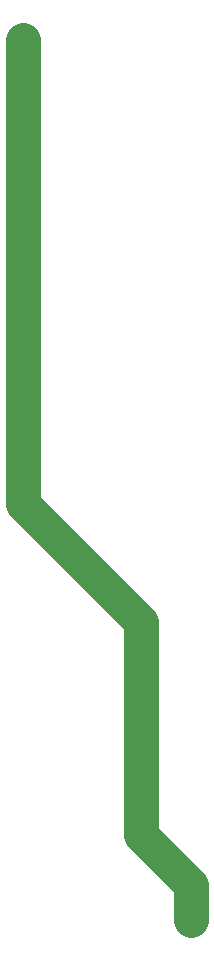
<source format=gbo>
G04*
G04 #@! TF.GenerationSoftware,Altium Limited,Altium Designer,18.0.9 (584)*
G04*
G04 Layer_Color=32896*
%FSLAX44Y44*%
%MOMM*%
G71*
G01*
G75*
%ADD61C,3.0000*%
D61*
X655000Y15000D02*
Y45000D01*
X612500Y87500D02*
X655000Y45000D01*
X612500Y87500D02*
X612500Y267500D01*
X512500Y367500D02*
X612500Y267500D01*
X512500Y367500D02*
Y575000D01*
Y760000D01*
M02*

</source>
